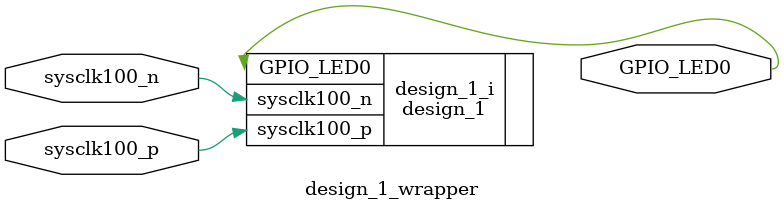
<source format=v>
`timescale 1 ps / 1 ps

module design_1_wrapper
   (GPIO_LED0,
    sysclk100_n,
    sysclk100_p);
  output GPIO_LED0;
  input [0:0]sysclk100_n;
  input [0:0]sysclk100_p;

  wire GPIO_LED0;
  wire [0:0]sysclk100_n;
  wire [0:0]sysclk100_p;

  design_1 design_1_i
       (.GPIO_LED0(GPIO_LED0),
        .sysclk100_n(sysclk100_n),
        .sysclk100_p(sysclk100_p));
endmodule

</source>
